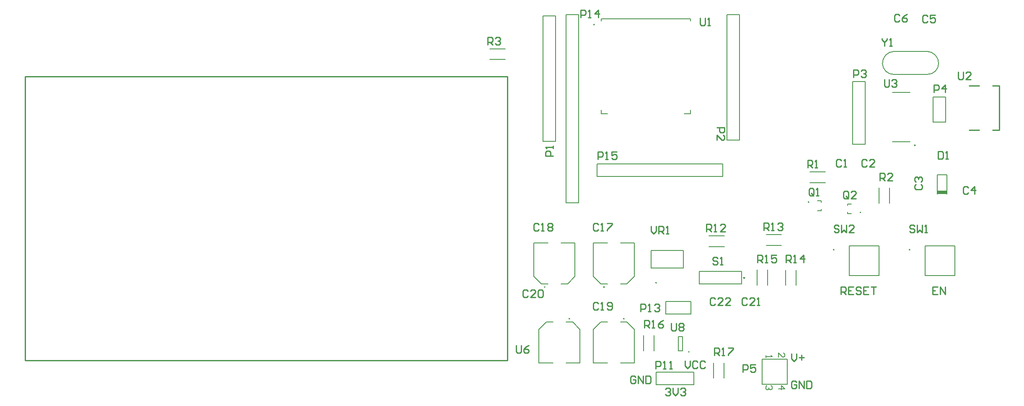
<source format=gbr>
G04*
G04 #@! TF.GenerationSoftware,Altium Limited,Altium Designer,23.1.1 (15)*
G04*
G04 Layer_Color=65535*
%FSLAX44Y44*%
%MOMM*%
G71*
G04*
G04 #@! TF.SameCoordinates,1587853A-9B19-4160-AC70-F3A7ED46FF3E*
G04*
G04*
G04 #@! TF.FilePolarity,Positive*
G04*
G01*
G75*
%ADD10C,0.1270*%
%ADD11C,0.2000*%
%ADD12C,0.1500*%
%ADD13C,0.2500*%
%ADD14C,0.2540*%
%ADD15C,0.2032*%
%ADD16R,1.9000X0.8000*%
D10*
X1846818Y663198D02*
G03*
X1870002Y684818I782J22402D01*
G01*
X1756497D02*
G03*
X1779682Y663198I22402J782D01*
G01*
X1779807Y709802D02*
G03*
X1756498Y684807I843J-24152D01*
G01*
X1870002D02*
G03*
X1846693Y709802I-24152J843D01*
G01*
X1779750Y663200D02*
X1846750D01*
X1779750Y709800D02*
X1846750D01*
X1776760Y627052D02*
X1812260D01*
X1776760Y527052D02*
X1812260D01*
X1842750Y255750D02*
X1902750D01*
Y315750D01*
X1842750D02*
X1902750D01*
X1842750Y255750D02*
Y315750D01*
X1689500Y255750D02*
X1749500D01*
Y315750D01*
X1689500D02*
X1749500D01*
X1689500Y255750D02*
Y315750D01*
X1560350Y236000D02*
Y267000D01*
X1581650Y236000D02*
Y267000D01*
X1624950Y387249D02*
X1633000D01*
Y390550D01*
Y403950D02*
Y407249D01*
X1624950D02*
X1633000D01*
X1610000Y465401D02*
X1641000D01*
X1610000Y444100D02*
X1641000D01*
X1685750Y401000D02*
X1693800D01*
X1685750Y397700D02*
Y401000D01*
Y381000D02*
Y384300D01*
Y381000D02*
X1693800D01*
X1749600Y402250D02*
Y433250D01*
X1770900Y402250D02*
Y433250D01*
X1188600Y775850D02*
X1368600D01*
X1188600Y583850D02*
Y591150D01*
Y771650D02*
Y775850D01*
X1356150Y583850D02*
X1368600D01*
X1188600D02*
X1201050D01*
X1368600D02*
Y591150D01*
Y771650D02*
Y775850D01*
X1062290Y147040D02*
X1077290Y162040D01*
X1062290Y79040D02*
Y147040D01*
X1145290Y79040D02*
Y147040D01*
X1130290Y162040D02*
X1145290Y147040D01*
X1116990Y162040D02*
X1130290D01*
X1077290D02*
X1090590D01*
X1116990Y79040D02*
X1145290D01*
X1062290D02*
X1090590D01*
X1436150Y48250D02*
Y79250D01*
X1414850Y48250D02*
Y79250D01*
X1172290Y147040D02*
X1187290Y162040D01*
X1172290Y79040D02*
Y147040D01*
X1255290Y79040D02*
Y147040D01*
X1240290Y162040D02*
X1255290Y147040D01*
X1226990Y162040D02*
X1240290D01*
X1187290D02*
X1200590D01*
X1226990Y79040D02*
X1255290D01*
X1172290D02*
X1200590D01*
X1273849Y103750D02*
Y134750D01*
X1295150Y103750D02*
Y134750D01*
X1502850Y236500D02*
Y267500D01*
X1524150Y236500D02*
Y267500D01*
X1521500Y338400D02*
X1552500D01*
X1521500Y317100D02*
X1552500D01*
X1405750Y314599D02*
X1436750D01*
X1405750Y335900D02*
X1436750D01*
X1289001Y271250D02*
Y306250D01*
X1354000D01*
Y271250D02*
Y306250D01*
X1289001Y271250D02*
X1354000D01*
X1226990Y322040D02*
X1255290D01*
X1172290D02*
X1200590D01*
X1226990Y239040D02*
X1240290D01*
X1187290D02*
X1200590D01*
X1172290Y254040D02*
X1187290Y239040D01*
X1172290Y254040D02*
Y322040D01*
X1255290Y254040D02*
Y322040D01*
X1240290Y239040D02*
X1255290Y254040D01*
X1106990Y322040D02*
X1135290D01*
X1052290D02*
X1080590D01*
X1106990Y239040D02*
X1120290D01*
X1067290D02*
X1080590D01*
X1052290Y254040D02*
X1067290Y239040D01*
X1052290Y254040D02*
Y322040D01*
X1135290Y254040D02*
Y322040D01*
X1120290Y239040D02*
X1135290Y254040D01*
X963310Y693160D02*
X994310D01*
X963310Y714460D02*
X994310D01*
D11*
X1823010Y519502D02*
G03*
X1823010Y519502I-1000J0D01*
G01*
X1812240Y308240D02*
G03*
X1812240Y308240I-1000J0D01*
G01*
X1658990D02*
G03*
X1658990Y308240I-1000J0D01*
G01*
X1608090Y404550D02*
G03*
X1608090Y404550I-1000J0D01*
G01*
X1712660Y383700D02*
G03*
X1712660Y383700I-1000J0D01*
G01*
X1174600Y763950D02*
G03*
X1174600Y763950I-1000J0D01*
G01*
X1124790Y168540D02*
G03*
X1124790Y168540I-1000J0D01*
G01*
X1234790D02*
G03*
X1234790Y168540I-1000J0D01*
G01*
X1300000Y241250D02*
G03*
X1300000Y241250I-1000J0D01*
G01*
X1194790Y232540D02*
G03*
X1194790Y232540I-1000J0D01*
G01*
X1074790D02*
G03*
X1074790Y232540I-1000J0D01*
G01*
X1298800Y34800D02*
Y60200D01*
X1375000D01*
Y34800D02*
Y60200D01*
X1298800Y34800D02*
X1375000D01*
X1116900Y403550D02*
Y784550D01*
X1142300Y403550D02*
Y765500D01*
Y784550D01*
X1116900D02*
X1142300D01*
X1116900Y403550D02*
X1142300D01*
X1867500Y421251D02*
Y460251D01*
X1886500Y421251D02*
Y460251D01*
X1867500D02*
X1886500D01*
X1696212Y648934D02*
X1721612D01*
Y521934D02*
Y648934D01*
X1696212Y521934D02*
Y648934D01*
Y521934D02*
X1721612D01*
X1858772Y566892D02*
Y617692D01*
Y566892D02*
X1884172D01*
Y617692D01*
X1858772D02*
X1884172D01*
X1564100Y35650D02*
Y86450D01*
X1513300D02*
X1564100D01*
X1513300Y35650D02*
X1564100D01*
X1513300D02*
Y86450D01*
X1433900Y456900D02*
Y482300D01*
X1179900Y456900D02*
X1433900D01*
X1179900D02*
Y482300D01*
X1198950D01*
X1433900D01*
X1442150Y784400D02*
X1467550D01*
Y530400D02*
Y784400D01*
X1442150Y530400D02*
X1467550D01*
X1442150D02*
Y549450D01*
Y784400D01*
X1070650Y527550D02*
X1096050D01*
X1070650D02*
Y781550D01*
X1096050D01*
Y762500D02*
Y781550D01*
Y527550D02*
Y762500D01*
X1344000Y103500D02*
X1352500D01*
Y132500D01*
X1344000D02*
X1352500D01*
X1344000Y103500D02*
Y132500D01*
X1318650Y178300D02*
X1369450D01*
Y203700D01*
X1318650D02*
X1369450D01*
X1318650Y178300D02*
Y203700D01*
X1472050Y238550D02*
Y263950D01*
X1386450D02*
X1472050D01*
X1386450Y238550D02*
Y263950D01*
Y238550D02*
X1472050D01*
D12*
X1366050Y101270D02*
G03*
X1366050Y101270I-1000J0D01*
G01*
D13*
X1478110Y251260D02*
G03*
X1478110Y251260I-1250J0D01*
G01*
D14*
X1931888Y550640D02*
X1951514D01*
X1978824Y640040D02*
X1992190D01*
Y550640D02*
Y640040D01*
X1978824Y550640D02*
X1992190D01*
X1931889Y640040D02*
X1951514D01*
X23810Y83810D02*
X998810D01*
X23810Y658810D02*
X998810D01*
Y83810D02*
Y658810D01*
X23810Y83810D02*
Y658810D01*
X1257697Y50236D02*
X1255158Y52775D01*
X1250079D01*
X1247540Y50236D01*
Y40079D01*
X1250079Y37540D01*
X1255158D01*
X1257697Y40079D01*
Y45157D01*
X1252618D01*
X1262775Y37540D02*
Y52775D01*
X1272932Y37540D01*
Y52775D01*
X1278010D02*
Y37540D01*
X1285628D01*
X1288167Y40079D01*
Y50236D01*
X1285628Y52775D01*
X1278010D01*
X1298495Y67382D02*
Y82618D01*
X1306113D01*
X1308652Y80078D01*
Y75000D01*
X1306113Y72461D01*
X1298495D01*
X1313730Y67382D02*
X1318809D01*
X1316270D01*
Y82618D01*
X1313730Y80078D01*
X1326426Y67382D02*
X1331505D01*
X1328965D01*
Y82618D01*
X1326426Y80078D01*
X1317540Y25236D02*
X1320079Y27775D01*
X1325157D01*
X1327697Y25236D01*
Y22697D01*
X1325157Y20157D01*
X1322618D01*
X1325157D01*
X1327697Y17618D01*
Y15079D01*
X1325157Y12540D01*
X1320079D01*
X1317540Y15079D01*
X1332775Y27775D02*
Y17618D01*
X1337853Y12540D01*
X1342932Y17618D01*
Y27775D01*
X1348010Y25236D02*
X1350549Y27775D01*
X1355628D01*
X1358167Y25236D01*
Y22697D01*
X1355628Y20157D01*
X1353089D01*
X1355628D01*
X1358167Y17618D01*
Y15079D01*
X1355628Y12540D01*
X1350549D01*
X1348010Y15079D01*
X1357540Y82775D02*
Y72618D01*
X1362618Y67540D01*
X1367697Y72618D01*
Y82775D01*
X1382932Y80236D02*
X1380393Y82775D01*
X1375314D01*
X1372775Y80236D01*
Y70079D01*
X1375314Y67540D01*
X1380393D01*
X1382932Y70079D01*
X1398167Y80236D02*
X1395628Y82775D01*
X1390549D01*
X1388010Y80236D01*
Y70079D01*
X1390549Y67540D01*
X1395628D01*
X1398167Y70079D01*
X1672540Y217540D02*
Y232775D01*
X1680157D01*
X1682697Y230236D01*
Y225158D01*
X1680157Y222618D01*
X1672540D01*
X1677618D02*
X1682697Y217540D01*
X1697932Y232775D02*
X1687775D01*
Y217540D01*
X1697932D01*
X1687775Y225158D02*
X1692853D01*
X1713167Y230236D02*
X1710628Y232775D01*
X1705549D01*
X1703010Y230236D01*
Y227697D01*
X1705549Y225158D01*
X1710628D01*
X1713167Y222618D01*
Y220079D01*
X1710628Y217540D01*
X1705549D01*
X1703010Y220079D01*
X1728402Y232775D02*
X1718245D01*
Y217540D01*
X1728402D01*
X1718245Y225158D02*
X1723324D01*
X1733480Y232775D02*
X1743637D01*
X1738559D01*
Y217540D01*
X1867697Y232775D02*
X1857540D01*
Y217540D01*
X1867697D01*
X1857540Y225158D02*
X1862618D01*
X1872775Y217540D02*
Y232775D01*
X1882932Y217540D01*
Y232775D01*
X1582697Y40236D02*
X1580157Y42775D01*
X1575079D01*
X1572540Y40236D01*
Y30079D01*
X1575079Y27540D01*
X1580157D01*
X1582697Y30079D01*
Y35157D01*
X1577618D01*
X1587775Y27540D02*
Y42775D01*
X1597932Y27540D01*
Y42775D01*
X1603010D02*
Y27540D01*
X1610628D01*
X1613167Y30079D01*
Y40236D01*
X1610628Y42775D01*
X1603010D01*
X1572540Y97775D02*
Y87618D01*
X1577618Y82540D01*
X1582697Y87618D01*
Y97775D01*
X1587775Y90157D02*
X1597932D01*
X1592853Y95236D02*
Y85079D01*
X1181484Y490982D02*
Y506217D01*
X1189101D01*
X1191641Y503678D01*
Y498600D01*
X1189101Y496060D01*
X1181484D01*
X1196719Y490982D02*
X1201797D01*
X1199258D01*
Y506217D01*
X1196719Y503678D01*
X1219572Y506217D02*
X1209415D01*
Y498600D01*
X1214493Y501139D01*
X1217032D01*
X1219572Y498600D01*
Y493521D01*
X1217032Y490982D01*
X1211954D01*
X1209415Y493521D01*
X1146956Y777883D02*
Y793118D01*
X1154574D01*
X1157113Y790578D01*
Y785500D01*
X1154574Y782961D01*
X1146956D01*
X1162191Y777883D02*
X1167270D01*
X1164730D01*
Y793118D01*
X1162191Y790578D01*
X1182505Y777883D02*
Y793118D01*
X1174887Y785500D01*
X1185044D01*
X1418209Y208784D02*
X1415670Y211323D01*
X1410591D01*
X1408052Y208784D01*
Y198627D01*
X1410591Y196088D01*
X1415670D01*
X1418209Y198627D01*
X1433444Y196088D02*
X1423287D01*
X1433444Y206245D01*
Y208784D01*
X1430905Y211323D01*
X1425826D01*
X1423287Y208784D01*
X1448679Y196088D02*
X1438522D01*
X1448679Y206245D01*
Y208784D01*
X1446140Y211323D01*
X1441061D01*
X1438522Y208784D01*
X1482471Y208022D02*
X1479931Y210561D01*
X1474853D01*
X1472314Y208022D01*
Y197865D01*
X1474853Y195326D01*
X1479931D01*
X1482471Y197865D01*
X1497706Y195326D02*
X1487549D01*
X1497706Y205483D01*
Y208022D01*
X1495167Y210561D01*
X1490088D01*
X1487549Y208022D01*
X1502784Y195326D02*
X1507863D01*
X1505323D01*
Y210561D01*
X1502784Y208022D01*
X1016054Y114368D02*
Y101672D01*
X1018593Y99132D01*
X1023672D01*
X1026211Y101672D01*
Y114368D01*
X1041446D02*
X1036367Y111828D01*
X1031289Y106750D01*
Y101672D01*
X1033828Y99132D01*
X1038907D01*
X1041446Y101672D01*
Y104211D01*
X1038907Y106750D01*
X1031289D01*
X1288672Y355849D02*
Y345692D01*
X1293750Y340614D01*
X1298829Y345692D01*
Y355849D01*
X1303907Y340614D02*
Y355849D01*
X1311525D01*
X1314064Y353310D01*
Y348232D01*
X1311525Y345692D01*
X1303907D01*
X1308985D02*
X1314064Y340614D01*
X1319142D02*
X1324220D01*
X1321681D01*
Y355849D01*
X1319142Y353310D01*
X1329566Y158999D02*
Y146303D01*
X1332105Y143764D01*
X1337184D01*
X1339723Y146303D01*
Y158999D01*
X1344801Y156460D02*
X1347340Y158999D01*
X1352419D01*
X1354958Y156460D01*
Y153921D01*
X1352419Y151382D01*
X1354958Y148842D01*
Y146303D01*
X1352419Y143764D01*
X1347340D01*
X1344801Y146303D01*
Y148842D01*
X1347340Y151382D01*
X1344801Y153921D01*
Y156460D01*
X1347340Y151382D02*
X1352419D01*
X1424000Y290828D02*
X1421461Y293368D01*
X1416382D01*
X1413843Y290828D01*
Y288289D01*
X1416382Y285750D01*
X1421461D01*
X1424000Y283211D01*
Y280672D01*
X1421461Y278132D01*
X1416382D01*
X1413843Y280672D01*
X1429078Y278132D02*
X1434157D01*
X1431618D01*
Y293368D01*
X1429078Y290828D01*
X1416434Y94234D02*
Y109469D01*
X1424052D01*
X1426591Y106930D01*
Y101852D01*
X1424052Y99312D01*
X1416434D01*
X1421512D02*
X1426591Y94234D01*
X1431669D02*
X1436747D01*
X1434208D01*
Y109469D01*
X1431669Y106930D01*
X1444365Y109469D02*
X1454522D01*
Y106930D01*
X1444365Y96773D01*
Y94234D01*
X1275464Y149606D02*
Y164841D01*
X1283082D01*
X1285621Y162302D01*
Y157224D01*
X1283082Y154684D01*
X1275464D01*
X1280542D02*
X1285621Y149606D01*
X1290699D02*
X1295777D01*
X1293238D01*
Y164841D01*
X1290699Y162302D01*
X1313552Y164841D02*
X1308473Y162302D01*
X1303395Y157224D01*
Y152145D01*
X1305934Y149606D01*
X1311013D01*
X1313552Y152145D01*
Y154684D01*
X1311013Y157224D01*
X1303395D01*
X1504318Y282448D02*
Y297683D01*
X1511935D01*
X1514475Y295144D01*
Y290065D01*
X1511935Y287526D01*
X1504318D01*
X1509396D02*
X1514475Y282448D01*
X1519553D02*
X1524631D01*
X1522092D01*
Y297683D01*
X1519553Y295144D01*
X1542406Y297683D02*
X1532249D01*
Y290065D01*
X1537327Y292605D01*
X1539866D01*
X1542406Y290065D01*
Y284987D01*
X1539866Y282448D01*
X1534788D01*
X1532249Y284987D01*
X1561976Y281940D02*
Y297175D01*
X1569594D01*
X1572133Y294636D01*
Y289557D01*
X1569594Y287018D01*
X1561976D01*
X1567054D02*
X1572133Y281940D01*
X1577211D02*
X1582289D01*
X1579750D01*
Y297175D01*
X1577211Y294636D01*
X1597525Y281940D02*
Y297175D01*
X1589907Y289557D01*
X1600064D01*
X1516764Y346964D02*
Y362199D01*
X1524382D01*
X1526921Y359660D01*
Y354581D01*
X1524382Y352042D01*
X1516764D01*
X1521842D02*
X1526921Y346964D01*
X1531999D02*
X1537077D01*
X1534538D01*
Y362199D01*
X1531999Y359660D01*
X1544695D02*
X1547234Y362199D01*
X1552312D01*
X1554852Y359660D01*
Y357121D01*
X1552312Y354581D01*
X1549773D01*
X1552312D01*
X1554852Y352042D01*
Y349503D01*
X1552312Y346964D01*
X1547234D01*
X1544695Y349503D01*
X1400940Y344424D02*
Y359659D01*
X1408557D01*
X1411097Y357120D01*
Y352042D01*
X1408557Y349502D01*
X1400940D01*
X1406018D02*
X1411097Y344424D01*
X1416175D02*
X1421253D01*
X1418714D01*
Y359659D01*
X1416175Y357120D01*
X1439028Y344424D02*
X1428871D01*
X1439028Y354581D01*
Y357120D01*
X1436488Y359659D01*
X1431410D01*
X1428871Y357120D01*
X1267706Y183382D02*
Y198617D01*
X1275324D01*
X1277863Y196078D01*
Y191000D01*
X1275324Y188461D01*
X1267706D01*
X1282941Y183382D02*
X1288020D01*
X1285480D01*
Y198617D01*
X1282941Y196078D01*
X1295637D02*
X1298176Y198617D01*
X1303255D01*
X1305794Y196078D01*
Y193539D01*
X1303255Y191000D01*
X1300715D01*
X1303255D01*
X1305794Y188461D01*
Y185922D01*
X1303255Y183382D01*
X1298176D01*
X1295637Y185922D01*
X1040423Y224828D02*
X1037884Y227368D01*
X1032805D01*
X1030266Y224828D01*
Y214672D01*
X1032805Y212132D01*
X1037884D01*
X1040423Y214672D01*
X1055658Y212132D02*
X1045501D01*
X1055658Y222289D01*
Y224828D01*
X1053119Y227368D01*
X1048041D01*
X1045501Y224828D01*
X1060736D02*
X1063276Y227368D01*
X1068354D01*
X1070893Y224828D01*
Y214672D01*
X1068354Y212132D01*
X1063276D01*
X1060736Y214672D01*
Y224828D01*
X1182243Y199132D02*
X1179704Y201671D01*
X1174625D01*
X1172086Y199132D01*
Y188975D01*
X1174625Y186436D01*
X1179704D01*
X1182243Y188975D01*
X1187321Y186436D02*
X1192399D01*
X1189860D01*
Y201671D01*
X1187321Y199132D01*
X1200017Y188975D02*
X1202556Y186436D01*
X1207635D01*
X1210174Y188975D01*
Y199132D01*
X1207635Y201671D01*
X1202556D01*
X1200017Y199132D01*
Y196593D01*
X1202556Y194053D01*
X1210174D01*
X1062355Y359152D02*
X1059816Y361691D01*
X1054737D01*
X1052198Y359152D01*
Y348995D01*
X1054737Y346456D01*
X1059816D01*
X1062355Y348995D01*
X1067433Y346456D02*
X1072511D01*
X1069972D01*
Y361691D01*
X1067433Y359152D01*
X1080129D02*
X1082668Y361691D01*
X1087747D01*
X1090286Y359152D01*
Y356613D01*
X1087747Y354073D01*
X1090286Y351534D01*
Y348995D01*
X1087747Y346456D01*
X1082668D01*
X1080129Y348995D01*
Y351534D01*
X1082668Y354073D01*
X1080129Y356613D01*
Y359152D01*
X1082668Y354073D02*
X1087747D01*
X1182243Y359152D02*
X1179704Y361691D01*
X1174625D01*
X1172086Y359152D01*
Y348995D01*
X1174625Y346456D01*
X1179704D01*
X1182243Y348995D01*
X1187321Y346456D02*
X1192399D01*
X1189860D01*
Y361691D01*
X1187321Y359152D01*
X1200017Y361691D02*
X1210174D01*
Y359152D01*
X1200017Y348995D01*
Y346456D01*
X958472Y723138D02*
Y738373D01*
X966089D01*
X968629Y735834D01*
Y730755D01*
X966089Y728216D01*
X958472D01*
X963550D02*
X968629Y723138D01*
X973707Y735834D02*
X976246Y738373D01*
X981325D01*
X983864Y735834D01*
Y733295D01*
X981325Y730755D01*
X978785D01*
X981325D01*
X983864Y728216D01*
Y725677D01*
X981325Y723138D01*
X976246D01*
X973707Y725677D01*
X1474554Y59882D02*
Y75118D01*
X1482172D01*
X1484711Y72578D01*
Y67500D01*
X1482172Y64961D01*
X1474554D01*
X1499946Y75118D02*
X1489789D01*
Y67500D01*
X1494868Y70039D01*
X1497407D01*
X1499946Y67500D01*
Y62422D01*
X1497407Y59882D01*
X1492328D01*
X1489789Y62422D01*
X1755580Y735495D02*
Y732956D01*
X1760658Y727878D01*
X1765737Y732956D01*
Y735495D01*
X1760658Y727878D02*
Y720260D01*
X1770815D02*
X1775893D01*
X1773354D01*
Y735495D01*
X1770815Y732956D01*
X1860228Y626280D02*
Y641515D01*
X1867845D01*
X1870385Y638976D01*
Y633898D01*
X1867845Y631358D01*
X1860228D01*
X1883081Y626280D02*
Y641515D01*
X1875463Y633898D01*
X1885620D01*
X1791137Y782232D02*
X1788598Y784771D01*
X1783519D01*
X1780980Y782232D01*
Y772075D01*
X1783519Y769536D01*
X1788598D01*
X1791137Y772075D01*
X1806372Y784771D02*
X1801293Y782232D01*
X1796215Y777153D01*
Y772075D01*
X1798754Y769536D01*
X1803833D01*
X1806372Y772075D01*
Y774614D01*
X1803833Y777153D01*
X1796215D01*
X1847525Y780708D02*
X1844986Y783247D01*
X1839907D01*
X1837368Y780708D01*
Y770551D01*
X1839907Y768012D01*
X1844986D01*
X1847525Y770551D01*
X1862760Y783247D02*
X1852603D01*
Y775630D01*
X1857681Y778169D01*
X1860221D01*
X1862760Y775630D01*
Y770551D01*
X1860221Y768012D01*
X1855142D01*
X1852603Y770551D01*
X1760152Y652691D02*
Y639995D01*
X1762691Y637456D01*
X1767769D01*
X1770309Y639995D01*
Y652691D01*
X1775387Y650152D02*
X1777926Y652691D01*
X1783005D01*
X1785544Y650152D01*
Y647613D01*
X1783005Y645073D01*
X1780465D01*
X1783005D01*
X1785544Y642534D01*
Y639995D01*
X1783005Y637456D01*
X1777926D01*
X1775387Y639995D01*
X1909758Y667931D02*
Y655235D01*
X1912297Y652696D01*
X1917375D01*
X1919915Y655235D01*
Y667931D01*
X1935150Y652696D02*
X1924993D01*
X1935150Y662853D01*
Y665392D01*
X1932611Y667931D01*
X1927532D01*
X1924993Y665392D01*
X1668709Y356020D02*
X1666169Y358559D01*
X1661091D01*
X1658552Y356020D01*
Y353481D01*
X1661091Y350942D01*
X1666169D01*
X1668709Y348402D01*
Y345863D01*
X1666169Y343324D01*
X1661091D01*
X1658552Y345863D01*
X1673787Y358559D02*
Y343324D01*
X1678865Y348402D01*
X1683944Y343324D01*
Y358559D01*
X1699179Y343324D02*
X1689022D01*
X1699179Y353481D01*
Y356020D01*
X1696640Y358559D01*
X1691561D01*
X1689022Y356020D01*
X1821871D02*
X1819332Y358559D01*
X1814253D01*
X1811714Y356020D01*
Y353481D01*
X1814253Y350942D01*
X1819332D01*
X1821871Y348402D01*
Y345863D01*
X1819332Y343324D01*
X1814253D01*
X1811714Y345863D01*
X1826949Y358559D02*
Y343324D01*
X1832027Y348402D01*
X1837106Y343324D01*
Y358559D01*
X1842184Y343324D02*
X1847263D01*
X1844723D01*
Y358559D01*
X1842184Y356020D01*
X1751262Y448226D02*
Y463461D01*
X1758880D01*
X1761419Y460922D01*
Y455844D01*
X1758880Y453304D01*
X1751262D01*
X1756340D02*
X1761419Y448226D01*
X1776654D02*
X1766497D01*
X1776654Y458383D01*
Y460922D01*
X1774115Y463461D01*
X1769036D01*
X1766497Y460922D01*
X1605212Y474134D02*
Y489369D01*
X1612829D01*
X1615369Y486830D01*
Y481752D01*
X1612829Y479212D01*
X1605212D01*
X1610290D02*
X1615369Y474134D01*
X1620447D02*
X1625525D01*
X1622986D01*
Y489369D01*
X1620447Y486830D01*
X1688013Y413935D02*
Y424092D01*
X1685473Y426631D01*
X1680395D01*
X1677856Y424092D01*
Y413935D01*
X1680395Y411396D01*
X1685473D01*
X1682934Y416474D02*
X1688013Y411396D01*
X1685473D02*
X1688013Y413935D01*
X1703248Y411396D02*
X1693091D01*
X1703248Y421553D01*
Y424092D01*
X1700709Y426631D01*
X1695630D01*
X1693091Y424092D01*
X1617909Y420285D02*
Y430442D01*
X1615370Y432981D01*
X1610291D01*
X1607752Y430442D01*
Y420285D01*
X1610291Y417746D01*
X1615370D01*
X1612830Y422824D02*
X1617909Y417746D01*
X1615370D02*
X1617909Y420285D01*
X1622987Y417746D02*
X1628065D01*
X1625526D01*
Y432981D01*
X1622987Y430442D01*
X1697668Y657522D02*
Y672757D01*
X1705285D01*
X1707825Y670218D01*
Y665139D01*
X1705285Y662600D01*
X1697668D01*
X1712903Y670218D02*
X1715442Y672757D01*
X1720521D01*
X1723060Y670218D01*
Y667679D01*
X1720521Y665139D01*
X1717981D01*
X1720521D01*
X1723060Y662600D01*
Y660061D01*
X1720521Y657522D01*
X1715442D01*
X1712903Y660061D01*
X1422232Y555796D02*
X1437467D01*
Y548178D01*
X1434928Y545639D01*
X1429850D01*
X1427311Y548178D01*
Y555796D01*
X1422232Y530404D02*
Y540561D01*
X1432389Y530404D01*
X1434928D01*
X1437467Y532943D01*
Y538022D01*
X1434928Y540561D01*
X1090467Y498193D02*
X1075232D01*
Y505811D01*
X1077772Y508350D01*
X1082850D01*
X1085389Y505811D01*
Y498193D01*
X1090467Y513428D02*
Y518507D01*
Y515967D01*
X1075232D01*
X1077772Y513428D01*
X1869118Y507657D02*
Y492422D01*
X1876736D01*
X1879275Y494961D01*
Y505118D01*
X1876736Y507657D01*
X1869118D01*
X1884353Y492422D02*
X1889431D01*
X1886892D01*
Y507657D01*
X1884353Y505118D01*
X1929821Y433744D02*
X1927281Y436283D01*
X1922203D01*
X1919664Y433744D01*
Y423587D01*
X1922203Y421048D01*
X1927281D01*
X1929821Y423587D01*
X1942517Y421048D02*
Y436283D01*
X1934899Y428666D01*
X1945056D01*
X1823922Y440711D02*
X1821382Y438172D01*
Y433093D01*
X1823922Y430554D01*
X1834078D01*
X1836617Y433093D01*
Y438172D01*
X1834078Y440711D01*
X1823922Y445789D02*
X1821382Y448329D01*
Y453407D01*
X1823922Y455946D01*
X1826461D01*
X1829000Y453407D01*
Y450868D01*
Y453407D01*
X1831539Y455946D01*
X1834078D01*
X1836617Y453407D01*
Y448329D01*
X1834078Y445789D01*
X1725097Y488862D02*
X1722558Y491401D01*
X1717479D01*
X1714940Y488862D01*
Y478705D01*
X1717479Y476166D01*
X1722558D01*
X1725097Y478705D01*
X1740332Y476166D02*
X1730175D01*
X1740332Y486323D01*
Y488862D01*
X1737793Y491401D01*
X1732714D01*
X1730175Y488862D01*
X1673027D02*
X1670488Y491401D01*
X1665409D01*
X1662870Y488862D01*
Y478705D01*
X1665409Y476166D01*
X1670488D01*
X1673027Y478705D01*
X1678105Y476166D02*
X1683183D01*
X1680644D01*
Y491401D01*
X1678105Y488862D01*
X1388443Y777467D02*
Y764771D01*
X1390982Y762232D01*
X1396061D01*
X1398600Y764771D01*
Y777467D01*
X1403678Y762232D02*
X1408757D01*
X1406217D01*
Y777467D01*
X1403678Y774928D01*
D15*
X1520920Y94070D02*
Y89838D01*
Y91954D01*
X1533616D01*
X1531500Y94070D01*
X1546320Y90686D02*
Y99150D01*
X1554784Y90686D01*
X1556900D01*
X1559016Y92802D01*
Y97034D01*
X1556900Y99150D01*
X1546320Y26762D02*
X1559016D01*
X1552668Y33110D01*
Y24646D01*
X1531500Y33110D02*
X1533616Y30994D01*
Y26762D01*
X1531500Y24646D01*
X1529384D01*
X1527268Y26762D01*
Y28878D01*
Y26762D01*
X1525152Y24646D01*
X1523036D01*
X1520920Y26762D01*
Y30994D01*
X1523036Y33110D01*
D16*
X1876999Y424251D02*
D03*
M02*

</source>
